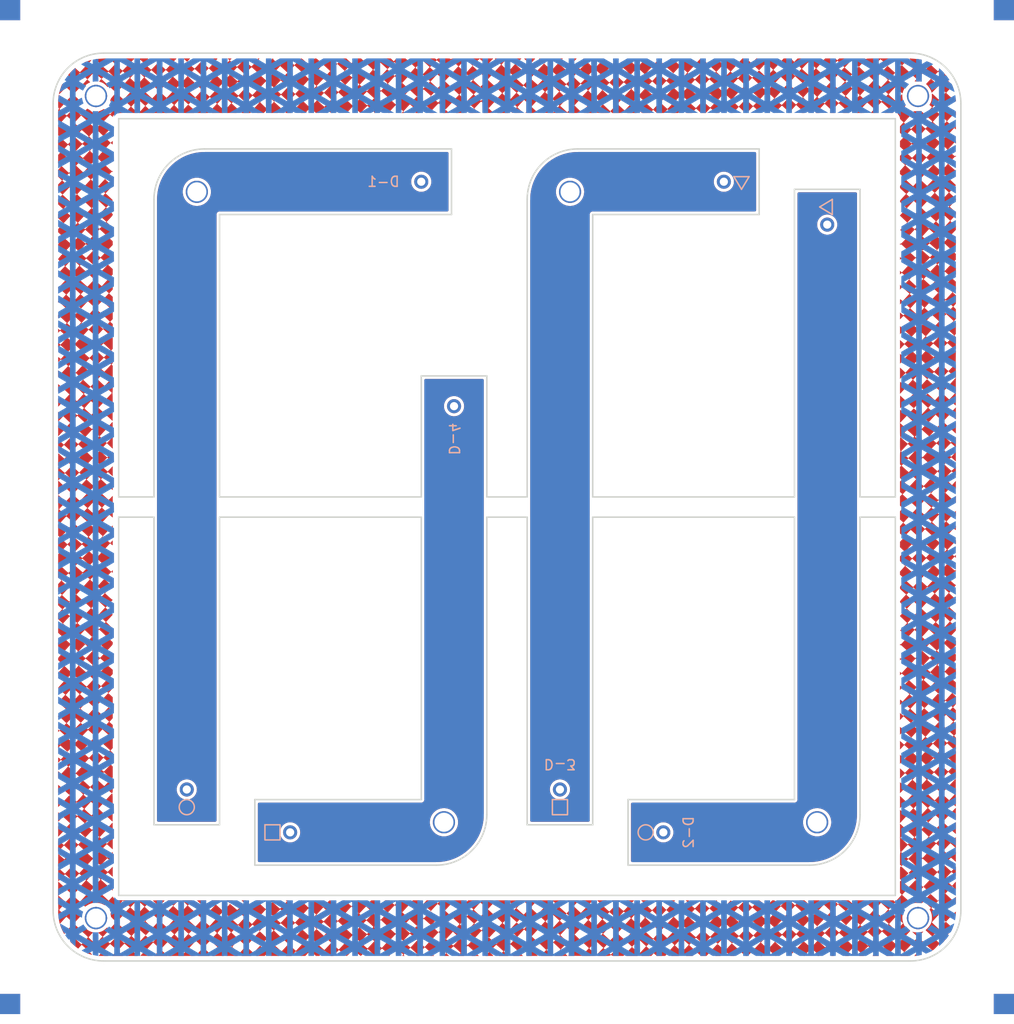
<source format=kicad_pcb>
(kicad_pcb (version 20211014) (generator pcbnew)
  (title_block (title "Kasumigasane Keypad") (company "@e3w2q"))
  (layers (0 "F.Cu" signal) (31 "B.Cu" signal) (34 "B.Paste" user) (35 "F.Paste" user) (36 "B.SilkS" user "B.Silkscreen") (37 "F.SilkS" user "F.Silkscreen") (38 "B.Mask" user) (39 "F.Mask" user) (44 "Edge.Cuts" user))
  (net 0 "")
  (footprint "#footprint:M2_ThroughHole" (layer "F.Cu") (at 25.75 107.25 90)
    (fp_text reference "" hide)
    (fp_text value "" hide)
  )
  (footprint "#footprint:1pin_conn_rev3" (layer "F.Cu") (at 34.75 94.5 90)
    (fp_text reference "" hide)
    (fp_text value "" hide)
  )
  (footprint "#footprint:KG-1-ichimatsu" (layer "F.Cu") (at 66.5 66.5)
    (fp_text reference "G***")
    (fp_text value "LOGO" hide)
  )
  (footprint "#footprint:1pin_conn_rev3" (layer "F.Cu") (at 34.75 50.5 90)
    (fp_text reference "" hide)
    (fp_text value "" hide)
  )
  (footprint "#footprint:M2_ThroughHole" (layer "F.Cu") (at 35.75 35.25)
    (fp_text reference "" hide)
    (fp_text value "" hide)
  )
  (footprint "#footprint:1pin_conn_rev3" (layer "F.Cu") (at 71.75 50.5 90)
    (fp_text reference "" hide)
    (fp_text value "" hide)
  )
  (footprint "#footprint:1pin_conn_rev3" (layer "F.Cu") (at 34.75 50.5 90)
    (fp_text reference "" hide)
    (fp_text value "" hide)
  )
  (footprint "#footprint:1pin_conn_rev3" (layer "F.Cu") (at 61.25 82.5 -90)
    (fp_text reference "" hide)
    (fp_text value "" hide)
  )
  (footprint "#footprint:M2_ThroughHole" (layer "F.Cu") (at 25.75 107.25 90)
    (fp_text reference "" hide)
    (fp_text value "" hide)
  )
  (footprint "#footprint:M2_ThroughHole" (layer "F.Cu") (at 60.25 97.75 180)
    (fp_text reference "" hide)
    (fp_text value "" hide)
  )
  (footprint "#footprint:1pin_conn_rev3" (layer "F.Cu") (at 41 108.25 180)
    (fp_text reference "" hide)
    (fp_text value "" hide)
  )
  (footprint "#footprint:1pin_conn_rev3" (layer "F.Cu") (at 98.25 82.5 -90)
    (fp_text reference "" hide)
    (fp_text value "" hide)
  )
  (footprint "#footprint:M2_ThroughHole" (layer "F.Cu") (at 25.75 25.75)
    (fp_text reference "" hide)
    (fp_text value "" hide)
  )
  (footprint "#footprint:1pin_conn_rev3" (layer "F.Cu") (at 88 34.25 180)
    (fp_text reference "" hide)
    (fp_text value "" hide)
  )
  (footprint "#footprint:M2_ThroughHole" (layer "F.Cu") (at 107.25 25.75 -90)
    (fp_text reference "" hide)
    (fp_text value "" hide)
  )
  (footprint "#footprint:1pin_conn_rev3" (layer "F.Cu") (at 24.75 41 90)
    (fp_text reference "" hide)
    (fp_text value "" hide)
  )
  (footprint "#footprint:1pin_conn_rev3" (layer "F.Cu") (at 108.25 92 -90)
    (fp_text reference "" hide)
    (fp_text value "" hide)
  )
  (footprint "#footprint:1pin_conn_rev3" (layer "F.Cu") (at 108.25 41 90)
    (fp_text reference "" hide)
    (fp_text value "" hide)
  )
  (footprint "#footprint:1pin_conn_rev3" (layer "F.Cu") (at 98.25 82.5 -90)
    (fp_text reference "" hide)
    (fp_text value "" hide)
  )
  (footprint "#footprint:1pin_conn_rev3" (layer "F.Cu") (at 61.25 82.5 -90)
    (fp_text reference "" hide)
    (fp_text value "" hide)
  )
  (footprint "#footprint:M2_ThroughHole" (layer "F.Cu") (at 25.75 25.75)
    (fp_text reference "" hide)
    (fp_text value "" hide)
  )
  (footprint "#footprint:M2_ThroughHole" (layer "F.Cu") (at 72.75 35.25)
    (fp_text reference "" hide)
    (fp_text value "" hide)
  )
  (footprint "#footprint:1pin_conn_rev3" (layer "F.Cu") (at 41 24.75 180)
    (fp_text reference "" hide)
    (fp_text value "" hide)
  )
  (footprint "#footprint:1pin_conn_rev3" (layer "F.Cu") (at 71.75 50.5 90)
    (fp_text reference "" hide)
    (fp_text value "" hide)
  )
  (footprint "#footprint:1pin_conn_rev3" (layer "F.Cu") (at 58 34.25 90)
    (fp_text reference "" hide)
    (fp_text value "" hide)
  )
  (footprint "#footprint:M2_ThroughHole" (layer "F.Cu") (at 107.25 107.25 180)
    (fp_text reference "" hide)
    (fp_text value "" hide)
  )
  (footprint "#footprint:M2_ThroughHole" (layer "F.Cu") (at 97.25 97.75 180)
    (fp_text reference "" hide)
    (fp_text value "" hide)
  )
  (footprint "#footprint:1pin_conn_rev3" (layer "F.Cu") (at 61.25 56.5)
    (fp_text reference "" hide)
    (fp_text value "" hide)
  )
  (footprint "#footprint:1pin_conn_rev3" (layer "F.Cu") (at 92 108.25)
    (fp_text reference "" hide)
    (fp_text value "" hide)
  )
  (footprint "#footprint:M2_ThroughHole" (layer "F.Cu") (at 107.25 107.25 180)
    (fp_text reference "" hide)
    (fp_text value "" hide)
  )
  (footprint "#footprint:1pin_conn_rev3" (layer "F.Cu") (at 51 34.25 180)
    (fp_text reference "" hide)
    (fp_text value "" hide)
  )
  (footprint "#footprint:1pin_conn_rev3" (layer "F.Cu") (at 71.75 94.5 -90)
    (fp_text reference "" hide)
    (fp_text value "" hide)
  )
  (footprint "#footprint:1pin_conn_rev3" (layer "F.Cu") (at 24.75 92 -90)
    (fp_text reference "" hide)
    (fp_text value "" hide)
  )
  (footprint "#footprint:1pin_conn_rev3" (layer "F.Cu") (at 45 98.75)
    (fp_text reference "" hide)
    (fp_text value "" hide)
  )
  (footprint "#footprint:1pin_conn_rev3" (layer "F.Cu") (at 92 24.75)
    (fp_text reference "" hide)
    (fp_text value "" hide)
  )
  (footprint "#footprint:1pin_conn_rev3" (layer "F.Cu") (at 82 98.75)
    (fp_text reference "" hide)
    (fp_text value "" hide)
  )
  (footprint "#footprint:M2_ThroughHole" (layer "F.Cu") (at 35.75 35.25)
    (fp_text reference "" hide)
    (fp_text value "" hide)
  )
  (footprint "#footprint:1pin_conn_rev3" (layer "F.Cu") (at 98.25 38.5 180)
    (fp_text reference "" hide)
    (fp_text value "" hide)
  )
  (footprint "#footprint:KG-0-mitsukumite" (layer "B.Cu") (at 66.5 66.5 180)
    (fp_text reference "G***")
    (fp_text value "LOGO" hide)
  )
  (gr_line (start 89 33.75) (end 89.75 35) (layer "B.SilkS") (width 0.15))
  (gr_line (start 98.75 36) (end 97.5 36.75) (layer "B.SilkS") (width 0.15))
  (gr_circle (center 34.75 96.25) (end 35.5 96.25) (layer "B.SilkS") (width 0.15) (fill none))
  (gr_rect (start 72.5 95.5) (end 71 97) (layer "B.SilkS") (width 0.15) (fill none))
  (gr_rect (start 42.5 98) (end 44 99.5) (layer "B.SilkS") (width 0.15) (fill none))
  (gr_line (start 90.5 33.75) (end 89.75 35) (layer "B.SilkS") (width 0.15))
  (gr_circle (center 80.25 98.75) (end 81 98.75) (layer "B.SilkS") (width 0.15) (fill none))
  (gr_line (start 98.75 36) (end 98.75 37.5) (layer "B.SilkS") (width 0.15))
  (gr_line (start 98.75 37.5) (end 97.5 36.75) (layer "B.SilkS") (width 0.15))
  (gr_line (start 89 33.75) (end 90.5 33.75) (layer "B.SilkS") (width 0.15))
  (gr_arc (start 21.5 26.5) (mid 22.964466 22.964466) (end 26.5 21.5) (layer "Edge.Cuts") (width 0.15))
  (gr_line (start 91.5 31) (end 91.5 37.5) (layer "Edge.Cuts") (width 0.15))
  (gr_line (start 26.5 21.5) (end 106.5 21.5) (layer "Edge.Cuts") (width 0.15))
  (gr_line (start 28 65.5) (end 28 28) (layer "Edge.Cuts") (width 0.15))
  (gr_line (start 31.5 67.5) (end 31.5 98) (layer "Edge.Cuts") (width 0.15))
  (gr_line (start 78.5 95.5) (end 95 95.5) (layer "Edge.Cuts") (width 0.15))
  (gr_line (start 101.5 67.5) (end 105 67.5) (layer "Edge.Cuts") (width 0.15))
  (gr_arc (start 26.5 111.5) (mid 22.964466 110.035534) (end 21.5 106.5) (layer "Edge.Cuts") (width 0.15))
  (gr_line (start 91.5 37.5) (end 75 37.5) (layer "Edge.Cuts") (width 0.15))
  (gr_line (start 58 95.5) (end 41.5 95.5) (layer "Edge.Cuts") (width 0.15))
  (gr_line (start 95 67.5) (end 95 95.5) (layer "Edge.Cuts") (width 0.15))
  (gr_line (start 61 37.5) (end 38 37.5) (layer "Edge.Cuts") (width 0.15))
  (gr_line (start 101.5 35) (end 95 35) (layer "Edge.Cuts") (width 0.15))
  (gr_line (start 64.5 65.5) (end 64.5 53.5) (layer "Edge.Cuts") (width 0.15))
  (gr_arc (start 101.5 97) (mid 100.035534 100.535534) (end 96.5 102) (layer "Edge.Cuts") (width 0.15))
  (gr_line (start 68.5 65.5) (end 68.5 36) (layer "Edge.Cuts") (width 0.15))
  (gr_arc (start 68.5 36) (mid 69.964466 32.464466) (end 73.5 31) (layer "Edge.Cuts") (width 0.15))
  (gr_line (start 41.5 102) (end 41.5 95.5) (layer "Edge.Cuts") (width 0.15))
  (gr_line (start 38 98) (end 38 67.5) (layer "Edge.Cuts") (width 0.15))
  (gr_line (start 31.5 36) (end 31.5 65.5) (layer "Edge.Cuts") (width 0.15))
  (gr_arc (start 31.5 36) (mid 32.964466 32.464466) (end 36.5 31) (layer "Edge.Cuts") (width 0.15))
  (gr_line (start 64.5 65.5) (end 68.5 65.5) (layer "Edge.Cuts") (width 0.15))
  (gr_arc (start 106.5 21.5) (mid 110.035534 22.964466) (end 111.5 26.5) (layer "Edge.Cuts") (width 0.15))
  (gr_line (start 59.5 102) (end 41.5 102) (layer "Edge.Cuts") (width 0.15))
  (gr_line (start 75 67.5) (end 95 67.5) (layer "Edge.Cuts") (width 0.15))
  (gr_line (start 58 67.5) (end 58 95.5) (layer "Edge.Cuts") (width 0.15))
  (gr_line (start 75 98) (end 75 67.5) (layer "Edge.Cuts") (width 0.15))
  (gr_line (start 21.5 26.5) (end 21.5 106.5) (layer "Edge.Cuts") (width 0.15))
  (gr_line (start 78.5 102) (end 78.5 95.5) (layer "Edge.Cuts") (width 0.15))
  (gr_line (start 38 37.5) (end 38 65.5) (layer "Edge.Cuts") (width 0.15))
  (gr_line (start 28 28) (end 105 28) (layer "Edge.Cuts") (width 0.15))
  (gr_line (start 61 31) (end 36.5 31) (layer "Edge.Cuts") (width 0.15))
  (gr_line (start 58 53.5) (end 58 65.5) (layer "Edge.Cuts") (width 0.15))
  (gr_line (start 58 67.5) (end 38 67.5) (layer "Edge.Cuts") (width 0.15))
  (gr_line (start 111.5 26.5) (end 111.5 106.5) (layer "Edge.Cuts") (width 0.15))
  (gr_line (start 75 65.5) (end 95 65.5) (layer "Edge.Cuts") (width 0.15))
  (gr_line (start 64.5 67.5) (end 68.5 67.5) (layer "Edge.Cuts") (width 0.15))
  (gr_line (start 58 53.5) (end 64.5 53.5) (layer "Edge.Cuts") (width 0.15))
  (gr_line (start 75 65.5) (end 75 37.5) (layer "Edge.Cuts") (width 0.15))
  (gr_line (start 95 35) (end 95 65.5) (layer "Edge.Cuts") (width 0.15))
  (gr_line (start 28 65.5) (end 31.5 65.5) (layer "Edge.Cuts") (width 0.15))
  (gr_line (start 26.5 111.5) (end 106.5 111.5) (layer "Edge.Cuts") (width 0.15))
  (gr_line (start 101.5 65.5) (end 105 65.5) (layer "Edge.Cuts") (width 0.15))
  (gr_line (start 28 105) (end 28 67.5) (layer "Edge.Cuts") (width 0.15))
  (gr_arc (start 111.5 106.5) (mid 110.035534 110.035534) (end 106.5 111.5) (layer "Edge.Cuts") (width 0.15))
  (gr_line (start 68.5 98) (end 75 98) (layer "Edge.Cuts") (width 0.15))
  (gr_line (start 105 67.5) (end 105 105) (layer "Edge.Cuts") (width 0.15))
  (gr_line (start 91.5 31) (end 73.5 31) (layer "Edge.Cuts") (width 0.15))
  (gr_line (start 105 65.5) (end 105 28) (layer "Edge.Cuts") (width 0.15))
  (gr_line (start 28 67.5) (end 31.5 67.5) (layer "Edge.Cuts") (width 0.15))
  (gr_arc (start 64.5 97) (mid 63.035534 100.535534) (end 59.5 102) (layer "Edge.Cuts") (width 0.15))
  (gr_line (start 61 37.5) (end 61 31) (layer "Edge.Cuts") (width 0.15))
  (gr_line (start 68.5 67.5) (end 68.5 98) (layer "Edge.Cuts") (width 0.15))
  (gr_line (start 64.5 67.5) (end 64.5 97) (layer "Edge.Cuts") (width 0.15))
  (gr_line (start 31.5 98) (end 38 98) (layer "Edge.Cuts") (width 0.15))
  (gr_line (start 58 65.5) (end 38 65.5) (layer "Edge.Cuts") (width 0.15))
  (gr_line (start 101.5 65.5) (end 101.5 35) (layer "Edge.Cuts") (width 0.15))
  (gr_line (start 78.5 102) (end 96.5 102) (layer "Edge.Cuts") (width 0.15))
  (gr_line (start 101.5 97) (end 101.5 67.5) (layer "Edge.Cuts") (width 0.15))
  (gr_line (start 28 105) (end 105 105) (layer "Edge.Cuts") (width 0.15))
  (gr_text "D-2" (at 84.5 98.75 90) (layer "B.SilkS") (effects (font (size 1 1)) (justify mirror)))
  (gr_text "D-3" (at 71.75 92 180) (layer "B.SilkS") (effects (font (size 1 1)) (justify mirror)))
  (gr_text "D-1" (at 54.25 34.25) (layer "B.SilkS") (effects (font (size 1 1)) (justify mirror)))
  (gr_text "D-4" (at 61.25 59.75 270) (layer "B.SilkS") (effects (font (size 1 1)) (justify mirror)))
  (zone (net 0) (net_name "") (layers F&B.Cu) (connect_pads (clearance 0)) (min_thickness 0.254)
    (keepout (tracks allowed) (vias allowed) (pads allowed) (copperpour not_allowed) (footprints allowed))
    (fill (thermal_gap 0.508) (thermal_bridge_width 0.508))
    (polygon (pts (xy 68.8 67.5) (xy 64.2 67.5) (xy 64.2 65.5) (xy 68.8 65.5)))
  )
  (zone (net 0) (net_name "") (layers F&B.Cu) (connect_pads (clearance 0)) (min_thickness 0.254)
    (keepout (tracks allowed) (vias allowed) (pads allowed) (copperpour not_allowed) (footprints allowed))
    (fill (thermal_gap 0.508) (thermal_bridge_width 0.508))
    (polygon (pts (xy 105 67.5) (xy 101.2 67.5) (xy 101.2 65.5) (xy 105 65.5)))
  )
  (zone (net 0) (net_name "") (layers F&B.Cu) (connect_pads (clearance 0)) (min_thickness 0.254)
    (keepout (tracks allowed) (vias allowed) (pads allowed) (copperpour not_allowed) (footprints allowed))
    (fill (thermal_gap 0.508) (thermal_bridge_width 0.508))
    (polygon (pts (xy 95.3 67.5) (xy 74.7 67.5) (xy 74.7 65.5) (xy 95.3 65.5)))
  )
  (zone (net 0) (net_name "") (layers F&B.Cu) (connect_pads (clearance 0)) (min_thickness 0.254)
    (keepout (tracks allowed) (vias allowed) (pads allowed) (copperpour not_allowed) (footprints allowed))
    (fill (thermal_gap 0.508) (thermal_bridge_width 0.508))
    (polygon (pts (xy 31.8 67.5) (xy 28 67.5) (xy 28 65.5) (xy 31.8 65.5)))
  )
  (zone (net 0) (net_name "") (layers F&B.Cu) (connect_pads (clearance 0.3)) (min_thickness 0.254) (fill yes (thermal_gap 0.508) (thermal_bridge_width 0.508))
    (polygon (pts (xy 105 105) (xy 28 105) (xy 28 28) (xy 105 28)))
  )
  (zone (net 0) (net_name "") (layers F&B.Cu) (connect_pads (clearance 0)) (min_thickness 0.254)
    (keepout (tracks allowed) (vias allowed) (pads allowed) (copperpour not_allowed) (footprints allowed))
    (fill (thermal_gap 0.508) (thermal_bridge_width 0.508))
    (polygon (pts (xy 58.3 67.5) (xy 37.7 67.5) (xy 37.7 65.5) (xy 58.3 65.5)))
  )
)
</source>
